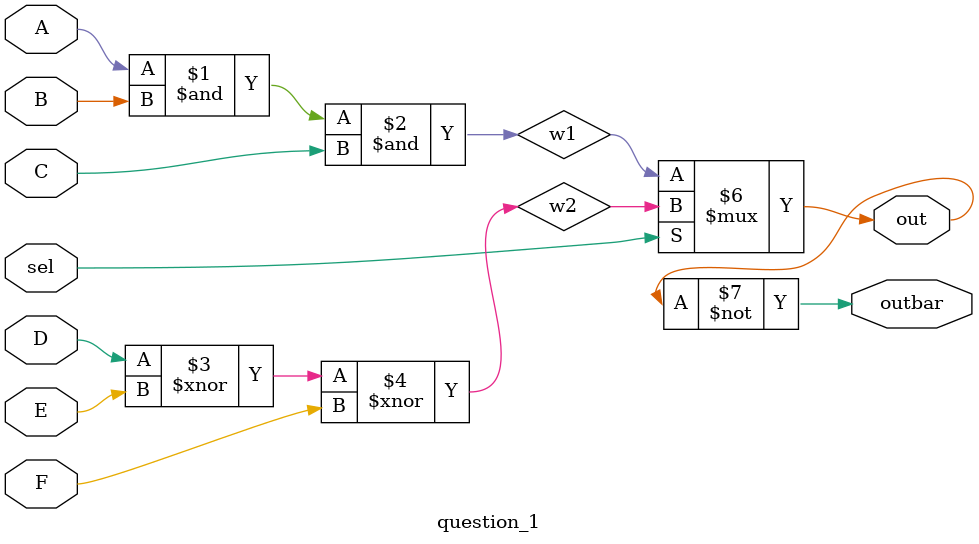
<source format=v>
module question_1(A,B,C,D,E,F,sel,out,outbar);
	input A , B ,C,D,E,F,sel;
	output out , outbar;
	wire w1 = A & B & C;
	wire w2 = D ~^ E ~^ F ;
	assign out = (sel == 1) ? w2 : w1;
	assign outbar = ~out ;

endmodule
</source>
